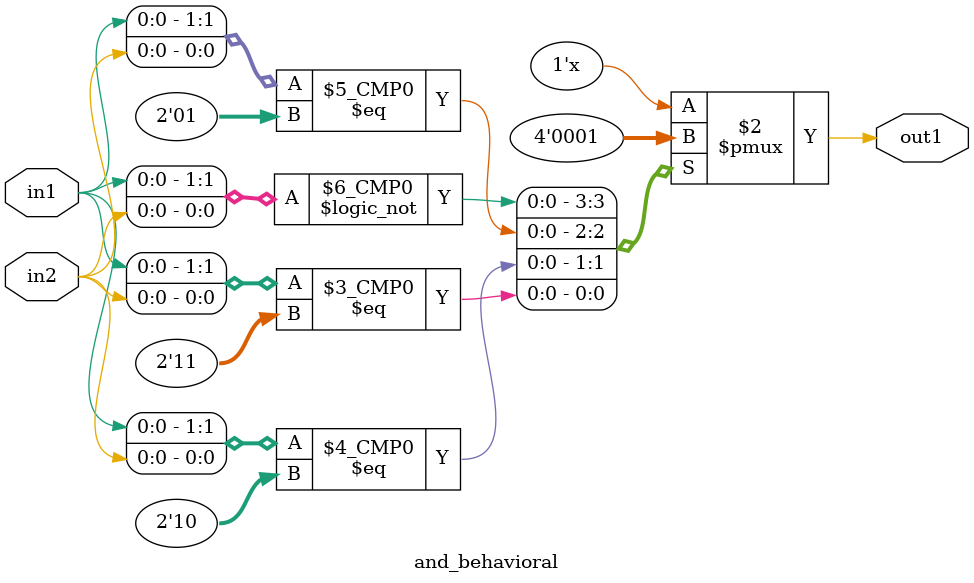
<source format=v>
module and_behavioral(output out1, input in1, in2);
 always@(in1,in2)
  begin
   case({in1,in2})
    2'b00: {out1} = 1'b0;
    2'b01: {out1} = 1'b0;
    2'b10: {out1} = 1'b0;
    2'b11: {out1} = 1'b1;
   endcase
  end
endmodule

</source>
